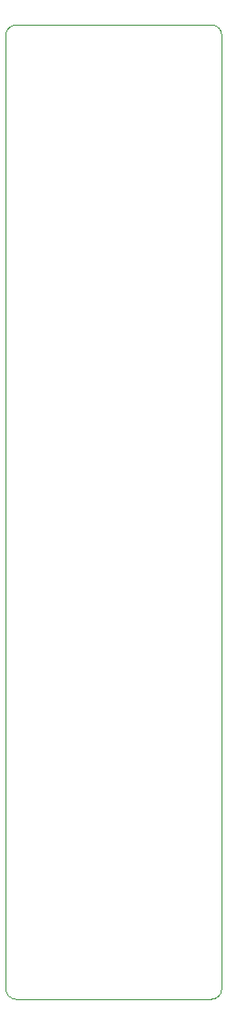
<source format=gbr>
G04 #@! TF.GenerationSoftware,KiCad,Pcbnew,5.1.9-73d0e3b20d~88~ubuntu20.04.1*
G04 #@! TF.CreationDate,2021-02-08T09:08:18-05:00*
G04 #@! TF.ProjectId,inkplate-buttons,696e6b70-6c61-4746-952d-627574746f6e,rev?*
G04 #@! TF.SameCoordinates,Original*
G04 #@! TF.FileFunction,Profile,NP*
%FSLAX46Y46*%
G04 Gerber Fmt 4.6, Leading zero omitted, Abs format (unit mm)*
G04 Created by KiCad (PCBNEW 5.1.9-73d0e3b20d~88~ubuntu20.04.1) date 2021-02-08 09:08:18*
%MOMM*%
%LPD*%
G01*
G04 APERTURE LIST*
G04 #@! TA.AperFunction,Profile*
%ADD10C,0.050000*%
G04 #@! TD*
G04 APERTURE END LIST*
D10*
X100000000Y-81000000D02*
X100000000Y-169000000D01*
X119000000Y-80000000D02*
X101000000Y-80000000D01*
X120000000Y-169000000D02*
X120000000Y-81000000D01*
X101000000Y-170000000D02*
X119000000Y-170000000D01*
X101000000Y-170000000D02*
G75*
G02*
X100000000Y-169000000I0J1000000D01*
G01*
X120000000Y-169000000D02*
G75*
G02*
X119000000Y-170000000I-1000000J0D01*
G01*
X100000000Y-81000000D02*
G75*
G02*
X101000000Y-80000000I1000000J0D01*
G01*
X119000000Y-80000000D02*
G75*
G02*
X120000000Y-81000000I0J-1000000D01*
G01*
M02*

</source>
